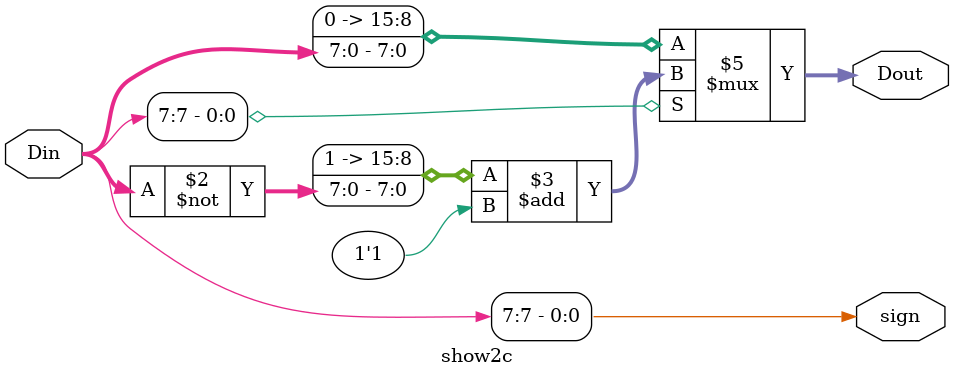
<source format=sv>
`timescale 1ns / 1ps


module show2c(
    input [7:0] Din,
    output reg [15:0] Dout,
    output sign
    );
    
    assign sign=Din[7];
    
    always @*
    if (Din[7])
        Dout <= {8'b11111111, ~Din} + 1'b1;
    else
        Dout <= {8'b0, Din};
        
   
        
endmodule

</source>
